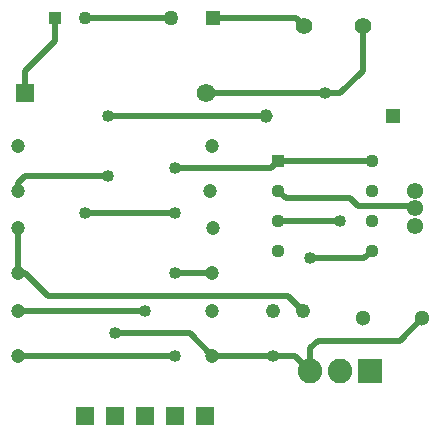
<source format=gbr>
G04 DesignSpark PCB Gerber Version 10.0 Build 5299*
%FSLAX35Y35*%
%MOIN*%
%ADD126R,0.04331X0.04331*%
%ADD120R,0.04449X0.04449*%
%ADD130R,0.04528X0.04528*%
%ADD122R,0.05020X0.05020*%
%ADD19R,0.06000X0.06000*%
%ADD128R,0.06201X0.06201*%
%ADD132R,0.08209X0.08209*%
%ADD97C,0.02000*%
%ADD14C,0.04000*%
%ADD127C,0.04331*%
%ADD121C,0.04449*%
%ADD131C,0.04528*%
%ADD21C,0.04724*%
%ADD125C,0.04791*%
%ADD123C,0.05020*%
%ADD124C,0.05118*%
%ADD134C,0.05437*%
%ADD20C,0.05512*%
%ADD129C,0.06201*%
%ADD133C,0.08209*%
X0Y0D02*
D02*
D14*
X28100Y80600D03*
X35600Y93100D03*
Y113100D03*
X38100Y40600D03*
X48100Y48100D03*
X58100Y33100D03*
Y60600D03*
Y80600D03*
Y95600D03*
X90600Y33100D03*
X103100Y65600D03*
X108100Y120600D03*
X113100Y78100D03*
D02*
D19*
X28100Y13100D03*
X38100D03*
X48100D03*
X58100D03*
X68100D03*
D02*
D20*
X100915Y143100D03*
X120600D03*
D02*
D21*
X5600Y33100D03*
Y48100D03*
Y60600D03*
Y88100D03*
Y103100D03*
X5639Y75600D03*
X69773Y88100D03*
X70561Y33100D03*
Y48100D03*
Y60600D03*
Y103100D03*
X70600Y75600D03*
D02*
D97*
X5600Y33100D02*
X58100D01*
X5600Y60600D02*
X8100D01*
X15600Y53100D01*
X95600D01*
X100600Y48100D01*
X5600Y88100D02*
Y90600D01*
X8100Y93100D01*
X35600D01*
X5639Y75600D02*
Y60639D01*
X5600Y60600D01*
X18100Y145600D02*
Y138100D01*
X8100Y128100D01*
Y120600D01*
X27943Y145600D02*
X56820D01*
X28100Y80600D02*
X58100D01*
X35600Y113100D02*
X88474D01*
X38100Y40600D02*
X63061D01*
X70561Y33100D01*
X48100Y48100D02*
X5600D01*
X58100Y60600D02*
X70561D01*
X58100Y95600D02*
X89970D01*
X92470Y98100D01*
X68336Y120600D02*
X108100D01*
X70561Y33100D02*
X90600D01*
X70600Y145600D02*
X98415D01*
X100915Y143100D01*
X92470Y78100D02*
X113100D01*
X103100Y28100D02*
Y35600D01*
X105600Y38100D01*
X132943D01*
X140443Y45600D01*
X103100Y28100D02*
X98100Y33100D01*
X90600D01*
X103100Y65600D02*
X121230D01*
X123730Y68100D01*
X108100Y120600D02*
X113100D01*
X120600Y128100D01*
Y143100D01*
X123730Y98100D02*
X92470D01*
X138100Y82194D02*
Y83100D01*
X119006D01*
X116506Y85600D01*
X94970D01*
X92470Y88100D01*
D02*
D120*
Y98100D03*
D02*
D121*
Y68100D03*
Y78100D03*
Y88100D03*
X123730Y68100D03*
Y78100D03*
Y88100D03*
Y98100D03*
D02*
D122*
X70600Y145600D03*
D02*
D123*
X56820D03*
D02*
D124*
X120757Y45600D03*
X140443D03*
D02*
D125*
X90600Y48100D03*
X100600D03*
D02*
D126*
X18100Y145600D03*
D02*
D127*
X27943D03*
D02*
D128*
X8100Y120600D03*
D02*
D129*
X68336D03*
D02*
D130*
X130600Y113100D03*
D02*
D131*
X88474D03*
D02*
D132*
X123100Y28100D03*
D02*
D133*
X103100D03*
X113100D03*
D02*
D134*
X138100Y76289D03*
Y82194D03*
Y88100D03*
X0Y0D02*
M02*

</source>
